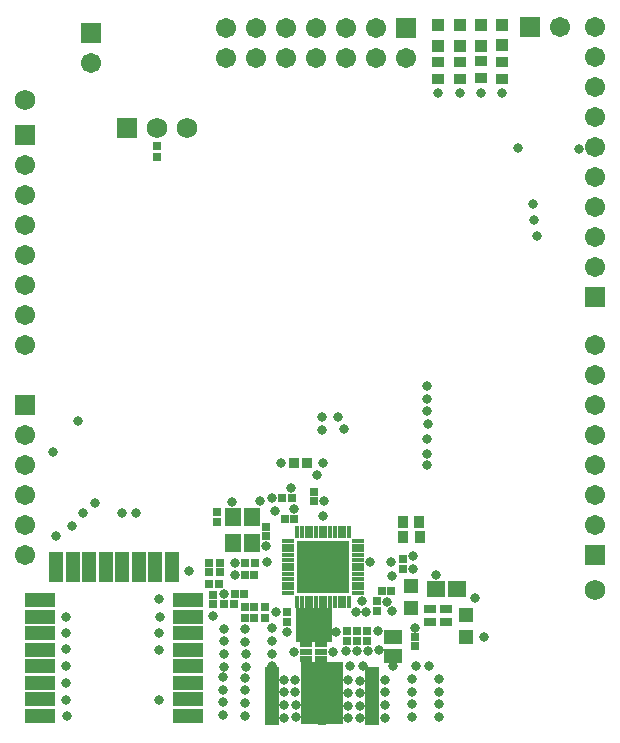
<source format=gbr>
%FSTAX23Y23*%
%MOMM*%
%SFA1B1*%

%IPPOS*%
%ADD22R,0.999998X0.999998*%
%ADD80R,0.299999X0.999998*%
%ADD81R,0.999998X0.299999*%
%ADD86R,3.049994X2.849994*%
%ADD87R,3.549993X5.299989*%
%ADD88R,0.903198X1.103198*%
%ADD89R,0.723199X0.723199*%
%ADD90R,1.103198X0.903198*%
%ADD91R,0.853198X0.953198*%
%ADD92R,1.303197X1.303197*%
%ADD93R,0.723199X0.723199*%
%ADD94R,1.553197X1.153198*%
%ADD95R,1.503197X1.353197*%
%ADD96R,0.753198X0.653199*%
%ADD97R,0.653199X0.753198*%
%ADD98R,1.353197X1.603197*%
%ADD99R,1.003198X0.503199*%
%ADD100R,1.053198X0.803198*%
%ADD101R,4.499991X4.499991*%
%ADD102R,1.223198X4.953190*%
%ADD103R,0.713199X2.113196*%
%ADD104R,1.203198X2.653295*%
%ADD105R,2.653295X1.203198*%
%ADD106R,1.703197X1.703197*%
%ADD107C,1.703197*%
%ADD108C,1.753196*%
%ADD109R,1.753196X1.753196*%
%ADD110R,1.703197X1.703197*%
%ADD111C,0.803198*%
%ADD112C,0.449999*%
G54D22*
X38283Y57449D03*
Y59149D03*
X36474Y57449D03*
Y59149D03*
X40091Y57449D03*
Y59149D03*
X419Y57474D03*
Y59174D03*
G54D80*
X28924Y16249D03*
X28124D03*
X27324D03*
X26524D03*
X25724D03*
X24924D03*
X24524D03*
X25324D03*
X26124D03*
X26924D03*
X27724D03*
X28524D03*
X24524Y10349D03*
X25324D03*
X26124D03*
X26924D03*
X27724D03*
X28524D03*
X28924D03*
X28124D03*
X27324D03*
X26524D03*
X25724D03*
X24924D03*
G54D81*
X29674Y11099D03*
Y11899D03*
Y127D03*
Y13499D03*
Y14299D03*
Y15099D03*
Y15499D03*
Y14699D03*
Y13899D03*
Y13099D03*
Y12299D03*
Y11499D03*
X23774Y15099D03*
Y14299D03*
Y13499D03*
Y127D03*
Y11899D03*
Y11099D03*
Y11499D03*
Y12299D03*
Y13099D03*
Y13899D03*
Y14699D03*
Y15499D03*
G54D86*
X25924Y08424D03*
G54D87*
X26624Y02649D03*
G54D88*
X33499Y15824D03*
X34899D03*
X33474Y17124D03*
X34874D03*
G54D89*
X33499Y13149D03*
Y13949D03*
X25974Y18849D03*
Y19649D03*
X31249Y10399D03*
Y09599D03*
X34474Y07374D03*
Y06574D03*
X17424Y10949D03*
Y10149D03*
X17049Y13649D03*
Y12849D03*
X17974Y13649D03*
Y12849D03*
X23674Y09449D03*
Y08649D03*
X21924Y16724D03*
Y15924D03*
X17749Y17124D03*
Y17924D03*
X29599Y07874D03*
Y07074D03*
X30474Y07874D03*
Y07074D03*
X26374Y08424D03*
Y07624D03*
X25474Y08424D03*
Y07624D03*
X28724Y07074D03*
Y07874D03*
G54D90*
X36474Y54649D03*
Y56049D03*
X40091Y54699D03*
Y56099D03*
X38283Y54649D03*
Y56049D03*
X41899Y54624D03*
Y56024D03*
G54D91*
X24249Y22099D03*
X25349D03*
G54D92*
X34149Y09849D03*
Y11649D03*
X38849Y09199D03*
Y07399D03*
G54D93*
X31699Y11299D03*
X32499D03*
X24074Y19149D03*
X23274D03*
X24274Y17349D03*
X23474D03*
X20899Y09899D03*
X20099D03*
X19174Y10149D03*
X18374D03*
X20099Y08999D03*
X20899D03*
X20049Y11049D03*
X19249D03*
X20899Y12599D03*
X20099D03*
X20949Y13599D03*
X20149D03*
G54D94*
X32674Y05774D03*
Y07374D03*
G54D95*
X36324Y11424D03*
X38024D03*
G54D96*
X21799Y08999D03*
Y09899D03*
X127Y48049D03*
Y48949D03*
G54D97*
X17049Y11899D03*
X17949D03*
G54D98*
X19074Y17549D03*
Y15349D03*
X20674Y17549D03*
Y15349D03*
G54D99*
X25274Y05499D03*
Y06124D03*
Y06774D03*
X26574Y05499D03*
Y06124D03*
Y06774D03*
G54D100*
X37124Y08674D03*
X35774D03*
X37124Y09774D03*
X35774D03*
G54D101*
X26724Y13299D03*
G54D102*
X22379Y02374D03*
X30879D03*
G54D103*
X26629Y00954D03*
G54D104*
X12525Y13299D03*
X13925D03*
X11124D03*
X09724D03*
X08325D03*
X06925D03*
X05525D03*
X04125D03*
G54D105*
X15325Y10499D03*
Y091D03*
Y07699D03*
Y06299D03*
Y04899D03*
Y03499D03*
X02724Y10499D03*
Y091D03*
Y07699D03*
Y06299D03*
Y04899D03*
Y021D03*
Y03499D03*
X15325Y021D03*
Y007D03*
X02724D03*
G54D106*
X44259Y58999D03*
X33739Y58939D03*
G54D107*
X46799Y58999D03*
X07099Y55984D03*
X49759Y16839D03*
Y19379D03*
Y21919D03*
Y24459D03*
Y26999D03*
Y29539D03*
Y32079D03*
X01499Y24459D03*
Y21919D03*
Y19379D03*
Y16839D03*
Y14299D03*
X49759Y41219D03*
Y58999D03*
Y56459D03*
Y53919D03*
Y51379D03*
Y48839D03*
Y46299D03*
Y43759D03*
Y38679D03*
X01499Y47319D03*
Y44779D03*
Y42239D03*
Y39699D03*
Y37159D03*
Y34619D03*
Y32079D03*
X18499Y56399D03*
Y58939D03*
X21039Y56399D03*
Y58939D03*
X23579Y56399D03*
Y58939D03*
X26119Y56399D03*
Y58939D03*
X28659Y56399D03*
Y58939D03*
X31199Y56399D03*
Y58939D03*
X33739Y56399D03*
G54D108*
X49759Y11324D03*
X01499Y52849D03*
X12689Y50449D03*
X15229D03*
G54D109*
X10149Y50449D03*
G54D110*
X07099Y58524D03*
X49759Y14299D03*
X01499Y26999D03*
X49759Y36139D03*
X01499Y49859D03*
G54D111*
X05999Y25649D03*
X03899Y22999D03*
X23999Y19999D03*
X35499Y21899D03*
Y22899D03*
X35599Y254D03*
X35499Y24099D03*
X36474Y53399D03*
X35499Y26499D03*
Y27499D03*
Y28599D03*
X41899Y53399D03*
X40091D03*
X38283D03*
X26599Y25999D03*
Y24899D03*
X10899Y17899D03*
X44599Y42699D03*
X44799Y41299D03*
X28499Y24999D03*
X27999Y25999D03*
X07399Y18699D03*
X06399Y17899D03*
X05499Y16799D03*
X04999Y09099D03*
Y07699D03*
X44499Y43999D03*
X04999Y06324D03*
X26699Y22099D03*
X09699Y17899D03*
X04999Y03499D03*
X48399Y48699D03*
X43199Y48799D03*
X29999Y10399D03*
X29499Y09499D03*
X32599Y09599D03*
X32512Y13699D03*
X21374Y18874D03*
X24249Y18174D03*
X26199Y21074D03*
X32624Y04949D03*
X3142Y06249D03*
X34474Y08149D03*
X26724Y17599D03*
X23174Y22074D03*
X15374Y12924D03*
X32574Y12549D03*
X30399Y09499D03*
X34374Y13149D03*
X36324Y12649D03*
X22424Y19149D03*
X22624Y17999D03*
X39624Y10699D03*
X32174Y10374D03*
X27799Y07824D03*
X18374Y11049D03*
X19249Y12599D03*
Y13599D03*
X18999Y18824D03*
X21924Y15049D03*
X21999Y13724D03*
X22774Y09449D03*
X23674Y07774D03*
X28699Y06224D03*
X30499D03*
X29624D03*
X31349Y07874D03*
X26799Y18849D03*
X40349Y07374D03*
X24249Y06124D03*
X27599D03*
X34374Y14199D03*
X30699Y13749D03*
X31999Y01616D03*
Y00549D03*
Y02683D03*
X28874Y01566D03*
Y00499D03*
X28849Y02633D03*
Y03699D03*
X29849Y01541D03*
Y00474D03*
X29824Y02608D03*
Y03674D03*
X34274Y01691D03*
X36549Y00624D03*
X34581Y04949D03*
X35699D03*
X24399Y01641D03*
Y00574D03*
X24374Y02708D03*
Y03774D03*
X23424Y01616D03*
Y00549D03*
X23399Y02683D03*
Y03749D03*
X20149Y01791D03*
Y00724D03*
X20124Y02858D03*
Y03924D03*
X18274Y01841D03*
Y00774D03*
X18249Y02908D03*
Y03974D03*
X18324Y05941D03*
Y04874D03*
X18299Y07008D03*
Y08074D03*
X20174Y05916D03*
Y04849D03*
X20149Y06983D03*
Y08049D03*
X22399Y05966D03*
Y04899D03*
X22374Y07033D03*
Y08099D03*
X30109Y04949D03*
X28991D03*
X36549Y02758D03*
X34274D03*
Y03824D03*
X36549D03*
X34274Y00624D03*
X36549Y01691D03*
X31999Y03749D03*
X04999Y02074D03*
X05024Y00699D03*
X04999Y04949D03*
X12899Y09099D03*
X12874Y07674D03*
Y06274D03*
Y10574D03*
Y02074D03*
X04099Y15949D03*
X17424Y09174D03*
G54D112*
X25474Y13299D03*
X26674Y14499D03*
X27874D03*
X26674Y13299D03*
X25474Y14499D03*
X27974Y13299D03*
X27874Y12099D03*
X25474D03*
X26674D03*
M02*
</source>
